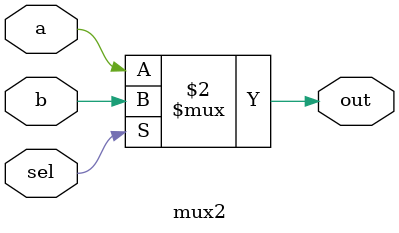
<source format=v>

module mux2(   // ÉùÃ÷¶Ë¿Ú
    a,b,
    sel,
    out
);
    input a,b,sel; //ÉùÃ÷ÐÅºÅµÄ·½Ïò
    output out;
// µ±selµÈÓÚ0µÄÊ±ºò outÎªa£¬·ñÔòÎªb
// ÔÚÕâÀïÊ¹ÓÃassignÓï¾äÊµÏÖ
    assign out = (sel==0)?a:b;  // ÕâÀï»ù±¾ÉÏ¾Í¸úCÓïÑÔÒ»Ã«Ò»Ñù
    
endmodule
</source>
